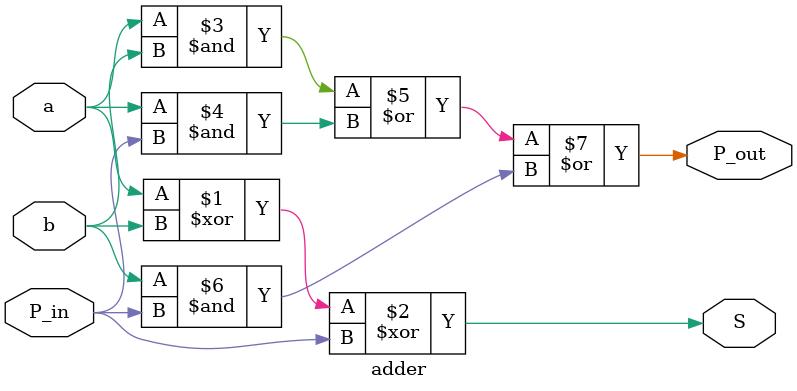
<source format=v>
`timescale 1ns / 1ps


module adder(
                input  a,
                input  b,
                input  P_in,  // transfer from a previous operation
                output S,     // result  1+1=0 (fact 10)
                output P_out  // carry
            );
assign S = a ^ b ^ P_in;      // result
assign P_out = (a & b) | (a & P_in) | (b & P_in); //at least two 1 

endmodule

</source>
